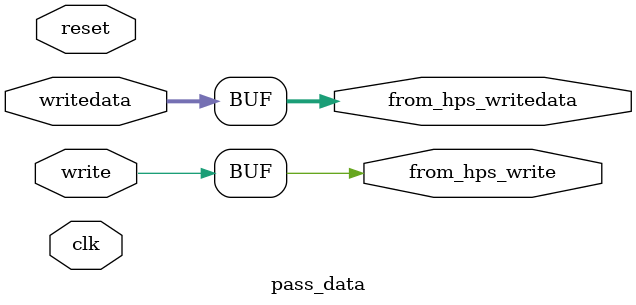
<source format=v>
module pass_data (
    input reset,
    input clk,
        
    input write,
    input [7:0] writedata,

    output from_hps_write,
    output [7:0] from_hps_writedata
);

assign from_hps_write = write;
assign from_hps_writedata = writedata;


endmodule

</source>
